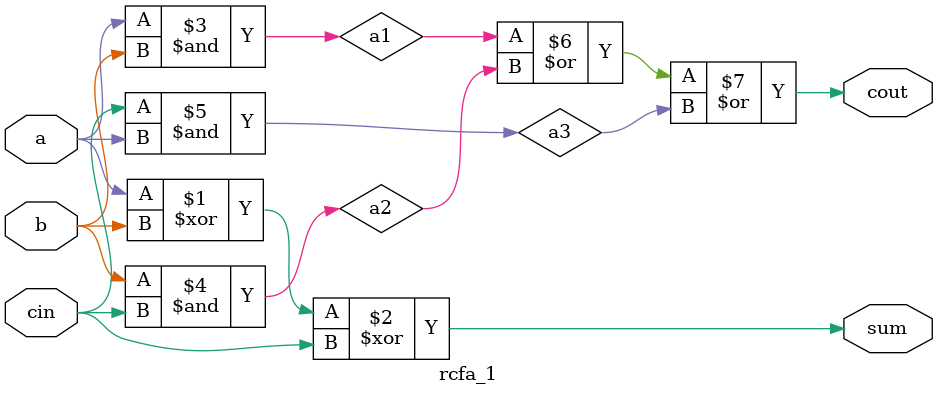
<source format=v>
module rcfa_1
(	input a,b,cin,
	output sum,cout
);
wire a1,a2,a3;
xor (sum,a,b,cin);
and (a1,a,b);
and (a2,b,cin);
and (a3,cin,a);
or (cout,a1,a2,a3);

endmodule
</source>
